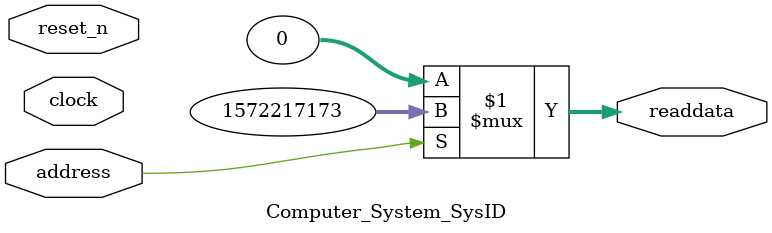
<source format=v>



// synthesis translate_off
`timescale 1ns / 1ps
// synthesis translate_on

// turn off superfluous verilog processor warnings 
// altera message_level Level1 
// altera message_off 10034 10035 10036 10037 10230 10240 10030 

module Computer_System_SysID (
               // inputs:
                address,
                clock,
                reset_n,

               // outputs:
                readdata
             )
;

  output  [ 31: 0] readdata;
  input            address;
  input            clock;
  input            reset_n;

  wire    [ 31: 0] readdata;
  //control_slave, which is an e_avalon_slave
  assign readdata = address ? 1572217173 : 0;

endmodule



</source>
